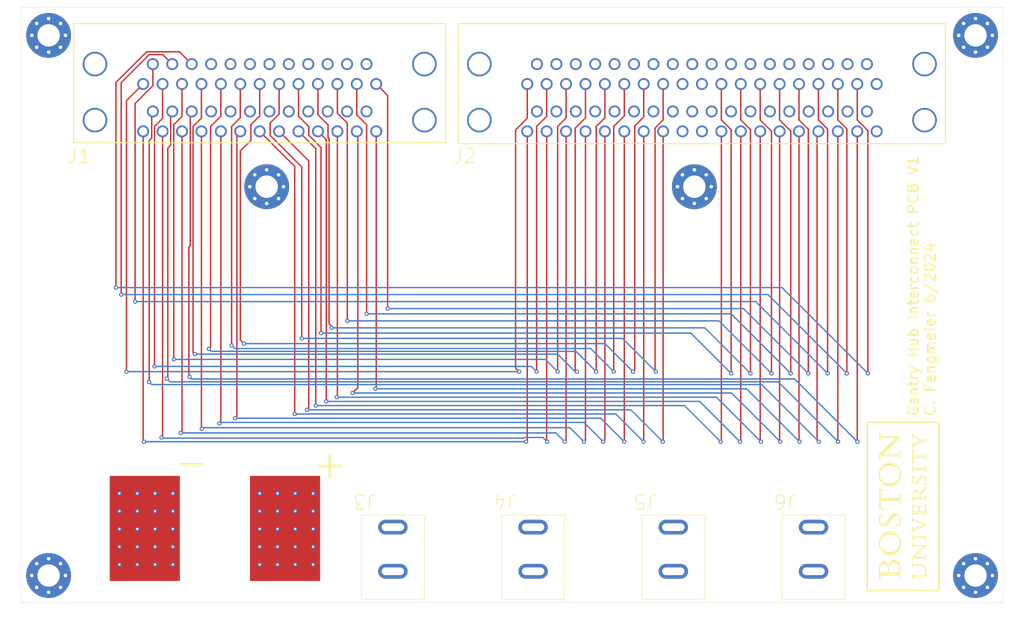
<source format=kicad_pcb>
(kicad_pcb (version 20240108) (generator "pcbnew") (generator_version "8.0")
  (layers (0 "F.Cu" signal) (1 "In1.Cu" signal) (2 "In2.Cu" signal) (31 "B.Cu" signal) (34 "B.Paste" user) (35 "F.Paste" user) (36 "B.SilkS" user "B.Silkscreen") (37 "F.SilkS" user "F.Silkscreen") (38 "B.Mask" user) (39 "F.Mask" user) (44 "Edge.Cuts" user))
  (net 0 "")
  (net 1 "/Ch10")
  (net 3 "/Ch22")
  (net 5 "/Ch11")
  (net 6 "/Ch21")
  (net 7 "/Ch6")
  (net 8 "/Ch20")
  (net 9 "/Ch5")
  (net 11 "/+24V")
  (net 12 "/Ch1")
  (net 13 "/Ch31")
  (net 14 "/Ch12")
  (net 15 "/Ch26")
  (net 16 "/Ch24")
  (net 17 "/Ch15")
  (net 18 "/Ch32")
  (net 19 "/Ch3")
  (net 20 "/Ch23")
  (net 25 "/Ch16")
  (net 26 "/Ch14")
  (net 27 "/Ch29")
  (net 28 "/Ch13")
  (net 29 "/Ch27")
  (net 31 "/Ch4")
  (net 32 "/Ch17")
  (net 35 "/Ch7")
  (net 36 "/Ch9")
  (net 37 "/Ch18")
  (net 39 "/Ch28")
  (net 40 "/Ch19")
  (net 41 "/Ch30")
  (net 42 "/Ch25")
  (net 43 "/Ch8")
  (net 45 "/Ch2")
  (net 48 "GND")
  (footprint "footprints:CUI PJ-037A" (layer "F.Cu") (at 100 128 90)
    (property "Reference" "J3")
    (property "Value" "Barrel_Jack")
  )
  (footprint "MountingHole:MountingHole_3.2mm_M3_Pad_Via" (layer "F.Cu") (at 82 73.1)
    (property "Reference" "H4")
    (property "Value" "MountingHole_Pad")
  )
  (footprint "MountingHole:MountingHole_3.2mm_M3_Pad_Via" (layer "F.Cu") (at 50.9 51.5)
    (property "Reference" "H1")
    (property "Value" "MountingHole_Pad")
  )
  (footprint "footprints:CONN_178-037-513R571_NRC" (layer "F.Cu") (at 119.1652 65.2012 180)
    (property "Reference" "J2")
    (property "Value" "178-037-513R571")
  )
  (footprint "footprints:CUI PJ-037A" (layer "F.Cu") (at 160 128 90)
    (property "Reference" "J6")
    (property "Value" "Barrel_Jack")
  )
  (footprint "footprints:CONN_178-025-513_NRC" (layer "F.Cu") (at 64.3843 65.2 180)
    (property "Reference" "J1")
    (property "Value" "178-025-513R571")
  )
  (footprint "MountingHole:MountingHole_3.2mm_M3_Pad_Via" (layer "F.Cu") (at 143 73.1)
    (property "Reference" "H6")
    (property "Value" "MountingHole_Pad")
  )
  (footprint "footprints:CUI PJ-037A" (layer "F.Cu") (at 140 128 90)
    (property "Reference" "J5")
    (property "Value" "Barrel_Jack")
  )
  (footprint "footprints:HUB PCB  Power Pads" (layer "F.Cu") (at 74.62 121.88 180)
    (property "Reference" "J7")
    (property "Value" "Conn_01x02")
  )
  (footprint "footprints:CUI PJ-037A" (layer "F.Cu") (at 120 128 90)
    (property "Reference" "J4")
    (property "Value" "Barrel_Jack")
  )
  (footprint "MountingHole:MountingHole_3.2mm_M3_Pad_Via" (layer "F.Cu") (at 183.1 51.5)
    (property "Reference" "H5")
    (property "Value" "MountingHole_Pad")
  )
  (footprint "MountingHole:MountingHole_3.2mm_M3_Pad_Via" (layer "F.Cu") (at 183.1 128.6)
    (property "Reference" "H3")
    (property "Value" "MountingHole_Pad")
  )
  (footprint "LOGO" (layer "F.Cu") (at 172.75 118.75 90)
    (property "Reference" "G***")
    (property "Value" "LOGO" (hide yes))
  )
  (footprint "MountingHole:MountingHole_3.2mm_M3_Pad_Via" (layer "F.Cu") (at 50.9 128.6)
    (property "Reference" "H2")
    (property "Value" "MountingHole_Pad")
  )
  (gr_rect (start 47 47.5) (end 187 132.5) (stroke (width 0.05)) (fill none) (layer "Edge.Cuts"))
  (gr_text "-" (at 68.5 114.75 0) (layer "F.SilkS") (effects (font (size 4 4) (thickness 0.4)) (justify left bottom)))
  (gr_text "+" (at 88.25 115 0) (layer "F.SilkS") (effects (font (size 4 4) (thickness 0.4)) (justify left bottom)))
  (gr_text "Gantry Hub Interconnect PCB V1\nC. Fangmeier 6/2024" (at 177.5 106 90) (layer "F.SilkS") (effects (font (size 1.5 1.5) (thickness 0.25) (bold yes)) (justify left bottom)))
  (segment (start 90.5 103.75) (end 90.5 66.384584) (width 0.2) (layer "F.Cu") (net 1))
  (segment (start 90.5 66.384584) (end 89.315416 65.2) (width 0.2) (layer "F.Cu") (net 1))
  (segment (start 149.6198 109.3802) (end 149.6198 65.2012) (width 0.2) (layer "F.Cu") (net 1))
  (segment (start 149.5 109.5) (end 149.6198 109.3802) (width 0.2) (layer "F.Cu") (net 1))
  (via (at 149.5 109.5) (size 0.6) (drill 0.3) (layers "F.Cu" "B.Cu") (net 1))
  (via (at 90.5 103.75) (size 0.6) (drill 0.3) (layers "F.Cu" "B.Cu") (net 1))
  (segment (start 143.75 103.75) (end 90.5 103.75) (width 0.2) (layer "B.Cu") (net 1))
  (segment (start 149.5 109.5) (end 143.75 103.75) (width 0.2) (layer "B.Cu") (net 1))
  (segment (start 131.5 64.5) (end 133.0082 62.9918) (width 0.2) (layer "F.Cu") (net 3))
  (segment (start 133.0082 62.9918) (end 133.0082 58.4448) (width 0.2) (layer "F.Cu") (net 3))
  (segment (start 77 64.5) (end 78.23492 63.26508) (width 0.2) (layer "F.Cu") (net 3))
  (segment (start 77 95.75) (end 77 64.5) (width 0.2) (layer "F.Cu") (net 3))
  (segment (start 78.23492 63.26508) (end 78.23492 58.439943) (width 0.2) (layer "F.Cu") (net 3))
  (segment (start 131.5 99.5) (end 131.5 64.5) (width 0.2) (layer "F.Cu") (net 3))
  (via (at 131.5 99.5) (size 0.6) (drill 0.3) (layers "F.Cu" "B.Cu") (net 3))
  (via (at 77 95.75) (size 0.6) (drill 0.3) (layers "F.Cu" "B.Cu") (net 3))
  (segment (start 128.2 96.2) (end 131.5 99.5) (width 0.2) (layer "B.Cu") (net 3))
  (segment (start 77.45 96.2) (end 128.2 96.2) (width 0.2) (layer "B.Cu") (net 3))
  (segment (start 77 95.75) (end 77.45 96.2) (width 0.2) (layer "B.Cu") (net 3))
  (segment (start 92.08554 103.06446) (end 92.08554 65.2) (width 0.2) (layer "F.Cu") (net 5))
  (segment (start 152.5 109.5) (end 152.3884 109.3884) (width 0.2) (layer "F.Cu") (net 5))
  (segment (start 152.3884 109.3884) (end 152.3884 65.2012) (width 0.2) (layer "F.Cu") (net 5))
  (segment (start 92 103.15) (end 92.08554 103.06446) (width 0.2) (layer "F.Cu") (net 5))
  (via (at 152.5 109.5) (size 0.6) (drill 0.3) (layers "F.Cu" "B.Cu") (net 5))
  (via (at 92 103.15) (size 0.6) (drill 0.3) (layers "F.Cu" "B.Cu") (net 5))
  (segment (start 146.15 103.15) (end 92 103.15) (width 0.2) (layer "B.Cu") (net 5))
  (segment (start 152.5 109.5) (end 146.15 103.15) (width 0.2) (layer "B.Cu") (net 5))
  (segment (start 129 64.5) (end 130.2396 63.2604) (width 0.2) (layer "F.Cu") (net 6))
  (segment (start 129 99.5) (end 129 64.5) (width 0.2) (layer "F.Cu") (net 6))
  (segment (start 73.75 96.25) (end 74 96) (width 0.2) (layer "F.Cu") (net 6))
  (segment (start 75.464796 63.035204) (end 75.464796 58.439943) (width 0.2) (layer "F.Cu") (net 6))
  (segment (start 74 96) (end 74 64.5) (width 0.2) (layer "F.Cu") (net 6))
  (segment (start 74 64.5) (end 75.464796 63.035204) (width 0.2) (layer "F.Cu") (net 6))
  (segment (start 130.2396 63.2604) (end 130.2396 58.4448) (width 0.2) (layer "F.Cu") (net 6))
  (via (at 73.75 96.25) (size 0.6) (drill 0.3) (layers "F.Cu" "B.Cu") (net 6))
  (via (at 129 99.5) (size 0.6) (drill 0.3) (layers "F.Cu" "B.Cu") (net 6))
  (segment (start 74.1 96.6) (end 126.1 96.6) (width 0.2) (layer "B.Cu") (net 6))
  (segment (start 126.1 96.6) (end 129 99.5) (width 0.2) (layer "B.Cu") (net 6))
  (segment (start 73.75 96.25) (end 74.1 96.6) (width 0.2) (layer "B.Cu") (net 6))
  (segment (start 77.5 106.15) (end 77.75 105.9) (width 0.2) (layer "F.Cu") (net 7))
  (segment (start 133 109.5) (end 133.0082 109.4918) (width 0.2) (layer "F.Cu") (net 7))
  (segment (start 77.75 65.68492) (end 78.23492 65.2) (width 0.2) (layer "F.Cu") (net 7))
  (segment (start 77.75 105.9) (end 77.75 65.68492) (width 0.2) (layer "F.Cu") (net 7))
  (segment (start 133.0082 109.4918) (end 133.0082 65.2012) (width 0.2) (layer "F.Cu") (net 7))
  (via (at 77.5 106.15) (size 0.6) (drill 0.3) (layers "F.Cu" "B.Cu") (net 7))
  (via (at 133 109.5) (size 0.6) (drill 0.3) (layers "F.Cu" "B.Cu") (net 7))
  (segment (start 133 109.5) (end 129.65 106.15) (width 0.2) (layer "B.Cu") (net 7))
  (segment (start 129.65 106.15) (end 77.5 106.15) (width 0.2) (layer "B.Cu") (net 7))
  (segment (start 126.25 99.5) (end 126 99.25) (width 0.2) (layer "F.Cu") (net 8))
  (segment (start 72.694672 63.305328) (end 72.694672 58.439943) (width 0.2) (layer "F.Cu") (net 8))
  (segment (start 71.5 64.5) (end 72.694672 63.305328) (width 0.2) (layer "F.Cu") (net 8))
  (segment (start 71.5 96.75) (end 71.5 64.5) (width 0.2) (layer "F.Cu") (net 8))
  (segment (start 127.471 63.279) (end 127.471 58.4448) (width 0.2) (layer "F.Cu") (net 8))
  (segment (start 126 99.25) (end 126 64.75) (width 0.2) (layer "F.Cu") (net 8))
  (segment (start 126 64.75) (end 127.471 63.279) (width 0.2) (layer "F.Cu") (net 8))
  (segment (start 71.75 97) (end 71.5 96.75) (width 0.2) (layer "F.Cu") (net 8))
  (via (at 71.75 97) (size 0.6) (drill 0.3) (layers "F.Cu" "B.Cu") (net 8))
  (via (at 126.25 99.5) (size 0.6) (drill 0.3) (layers "F.Cu" "B.Cu") (net 8))
  (segment (start 71.75 97) (end 123.5 97) (width 0.2) (layer "B.Cu") (net 8))
  (segment (start 126 99.5) (end 126.25 99.5) (width 0.2) (layer "B.Cu") (net 8))
  (segment (start 123.5 97) (end 126 99.5) (width 0.2) (layer "B.Cu") (net 8))
  (segment (start 75.464796 106.685204) (end 75.464796 65.2) (width 0.2) (layer "F.Cu") (net 9))
  (segment (start 130.2396 109.2604) (end 130.2396 65.2012) (width 0.2) (layer "F.Cu") (net 9))
  (segment (start 75.25 106.9) (end 75.464796 106.685204) (width 0.2) (layer "F.Cu") (net 9))
  (segment (start 130 109.5) (end 130.2396 109.2604) (width 0.2) (layer "F.Cu") (net 9))
  (via (at 130 109.5) (size 0.6) (drill 0.3) (layers "F.Cu" "B.Cu") (net 9))
  (via (at 75.25 106.9) (size 0.6) (drill 0.3) (layers "F.Cu" "B.Cu") (net 9))
  (segment (start 75.4 106.75) (end 75.25 106.9) (width 0.2) (layer "B.Cu") (net 9))
  (segment (start 130 109.5) (end 127.25 106.75) (width 0.2) (layer "B.Cu") (net 9))
  (segment (start 127.25 106.75) (end 75.4 106.75) (width 0.2) (layer "B.Cu") (net 9))
  (segment (start 83.54 121.96) (end 83.62 121.88) (width 0.2) (layer "F.Cu") (net 11))
  (segment (start 83.62 121.88) (end 84.62 121.88) (width 0.2) (layer "F.Cu") (net 11))
  (via (at 86.08 121.96) (size 0.6) (drill 0.3) (layers "F.Cu" "B.Cu") (net 11))
  (via (at 83.54 119.42) (size 0.6) (drill 0.3) (layers "F.Cu" "B.Cu") (net 11))
  (via (at 88.62 116.88) (size 0.6) (drill 0.3) (layers "F.Cu" "B.Cu") (net 11))
  (via (at 83.54 116.88) (size 0.6) (drill 0.3) (layers "F.Cu" "B.Cu") (net 11))
  (via (at 86.08 116.88) (size 0.6) (drill 0.3) (layers "F.Cu" "B.Cu") (net 11))
  (via (at 81 119.42) (size 0.6) (drill 0.3) (layers "F.Cu" "B.Cu") (net 11))
  (via (at 88.62 119.42) (size 0.6) (drill 0.3) (layers "F.Cu" "B.Cu") (net 11))
  (via (at 86.08 127.04) (size 0.6) (drill 0.3) (layers "F.Cu" "B.Cu") (net 11))
  (via (at 83.54 124.5) (size 0.6) (drill 0.3) (layers "F.Cu" "B.Cu") (net 11))
  (via (at 81 121.96) (size 0.6) (drill 0.3) (layers "F.Cu" "B.Cu") (net 11))
  (via (at 83.54 121.96) (size 0.6) (drill 0.3) (layers "F.Cu" "B.Cu") (net 11))
  (via (at 81 116.88) (size 0.6) (drill 0.3) (layers "F.Cu" "B.Cu") (net 11))
  (via (at 86.08 124.5) (size 0.6) (drill 0.3) (layers "F.Cu" "B.Cu") (net 11))
  (via (at 81 127.04) (size 0.6) (drill 0.3) (layers "F.Cu" "B.Cu") (net 11))
  (via (at 88.62 124.5) (size 0.6) (drill 0.3) (layers "F.Cu" "B.Cu") (net 11))
  (via (at 88.62 121.96) (size 0.6) (drill 0.3) (layers "F.Cu" "B.Cu") (net 11))
  (via (at 88.62 127.04) (size 0.6) (drill 0.3) (layers "F.Cu" "B.Cu") (net 11))
  (via (at 81 124.5) (size 0.6) (drill 0.3) (layers "F.Cu" "B.Cu") (net 11))
  (via (at 83.54 127.04) (size 0.6) (drill 0.3) (layers "F.Cu" "B.Cu") (net 11))
  (via (at 86.08 119.42) (size 0.6) (drill 0.3) (layers "F.Cu" "B.Cu") (net 11))
  (segment (start 64.3843 109.3843) (end 64.3843 65.2) (width 0.2) (layer "F.Cu") (net 12))
  (segment (start 64.5 109.5) (end 64.3843 109.3843) (width 0.2) (layer "F.Cu") (net 12))
  (segment (start 119 109.5) (end 119.1652 109.3348) (width 0.2) (layer "F.Cu") (net 12))
  (segment (start 119.1652 109.3348) (end 119.1652 65.2012) (width 0.2) (layer "F.Cu") (net 12))
  (via (at 119 109.5) (size 0.6) (drill 0.3) (layers "F.Cu" "B.Cu") (net 12))
  (via (at 64.5 109.5) (size 0.6) (drill 0.3) (layers "F.Cu" "B.Cu") (net 12))
  (segment (start 119 109.5) (end 64.5 109.5) (width 0.2) (layer "B.Cu") (net 12))
  (segment (start 163.4628 63.573581) (end 164.75 64.860781) (width 0.2) (layer "F.Cu") (net 13))
  (segment (start 163.4628 58.4448) (end 163.4628 63.573581) (width 0.2) (layer "F.Cu") (net 13))
  (segment (start 67.189517 54.25) (end 68.539486 55.599969) (width 0.2) (layer "F.Cu") (net 13))
  (segment (start 61.25 88.5) (end 61.25 58.25) (width 0.2) (layer "F.Cu") (net 13))
  (segment (start 164.75 64.860781) (end 164.75 99.75) (width 0.2) (layer "F.Cu") (net 13))
  (segment (start 61.25 58.25) (end 65.25 54.25) (width 0.2) (layer "F.Cu") (net 13))
  (segment (start 65.25 54.25) (end 67.189517 54.25) (width 0.2) (layer "F.Cu") (net 13))
  (via (at 61.25 88.5) (size 0.6) (drill 0.3) (layers "F.Cu" "B.Cu") (net 13))
  (via (at 164.75 99.75) (size 0.6) (drill 0.3) (layers "F.Cu" "B.Cu") (net 13))
  (segment (start 153.5 88.5) (end 164.75 99.75) (width 0.2) (layer "B.Cu") (net 13))
  (segment (start 61.25 88.5) (end 153.5 88.5) (width 0.2) (layer "B.Cu") (net 13))
  (segment (start 94.25 102.55) (end 95 101.8) (width 0.2) (layer "F.Cu") (net 14))
  (segment (start 95 101.8) (end 95 65.344336) (width 0.2) (layer "F.Cu") (net 14))
  (segment (start 155.25 109.5) (end 155.157 109.407) (width 0.2) (layer "F.Cu") (net 14))
  (segment (start 155.157 109.407) (end 155.157 65.2012) (width 0.2) (layer "F.Cu") (net 14))
  (segment (start 95 65.344336) (end 94.855664 65.2) (width 0.2) (layer "F.Cu") (net 14))
  (via (at 94.25 102.55) (size 0.6) (drill 0.3) (layers "F.Cu" "B.Cu") (net 14))
  (via (at 155.25 109.5) (size 0.6) (drill 0.3) (layers "F.Cu" "B.Cu") (net 14))
  (segment (start 155.25 109.5) (end 148.3 102.55) (width 0.2) (layer "B.Cu") (net 14))
  (segment (start 148.3 102.55) (end 94.25 102.55) (width 0.2) (layer "B.Cu") (net 14))
  (segment (start 151 64.953781) (end 151 99.75) (width 0.2) (layer "F.Cu") (net 15))
  (segment (start 149.6198 58.4448) (end 149.6198 63.573581) (width 0.2) (layer "F.Cu") (net 15))
  (segment (start 90.75 66.068899) (end 90.75 64.268571) (width 0.2) (layer "F.Cu") (net 15))
  (segment (start 91.25 93) (end 90.9 92.65) (width 0.2) (layer "F.Cu") (net 15))
  (segment (start 90.75 64.268571) (end 89.315416 62.833987) (width 0.2) (layer "F.Cu") (net 15))
  (segment (start 91.25 93.25) (end 91.25 93) (width 0.2) (layer "F.Cu") (net 15))
  (segment (start 149.6198 63.573581) (end 151 64.953781) (width 0.2) (layer "F.Cu") (net 15))
  (segment (start 90.9 92.65) (end 90.9 66.218899) (width 0.2) (layer "F.Cu") (net 15))
  (segment (start 89.315416 62.833987) (end 89.315416 58.439943) (width 0.2) (layer "F.Cu") (net 15))
  (segment (start 90.9 66.218899) (end 90.75 66.068899) (width 0.2) (layer "F.Cu") (net 15))
  (via (at 151 99.75) (size 0.6) (drill 0.3) (layers "F.Cu" "B.Cu") (net 15))
  (via (at 91.25 93.25) (size 0.6) (drill 0.3) (layers "F.Cu" "B.Cu") (net 15))
  (segment (start 151 99.75) (end 144.5 93.25) (width 0.2) (layer "B.Cu") (net 15))
  (segment (start 144.5 93.25) (end 91.25 93.25) (width 0.2) (layer "B.Cu") (net 15))
  (segment (start 137.3945 99.3945) (end 137.5 99.5) (width 0.2) (layer "F.Cu") (net 16))
  (segment (start 137.3945 64.724481) (end 137.3945 99.3945) (width 0.2) (layer "F.Cu") (net 16))
  (segment (start 138.5454 58.4448) (end 138.5454 63.573581) (width 0.2) (layer "F.Cu") (net 16))
  (segment (start 82.5 64) (end 83.775168 62.724832) (width 0.2) (layer "F.Cu") (net 16))
  (segment (start 138.5454 63.573581) (end 137.3945 64.724481) (width 0.2) (layer "F.Cu") (net 16))
  (segment (start 87 94.75) (end 87 70.276226) (width 0.2) (layer "F.Cu") (net 16))
  (segment (start 87 70.276226) (end 82.5 65.776226) (width 0.2) (layer "F.Cu") (net 16))
  (segment (start 82.5 65.776226) (end 82.5 64) (width 0.2) (layer "F.Cu") (net 16))
  (segment (start 83.775168 62.724832) (end 83.775168 58.439943) (width 0.2) (layer "F.Cu") (net 16))
  (via (at 137.5 99.5) (size 0.6) (drill 0.3) (layers "F.Cu" "B.Cu") (net 16))
  (via (at 87 94.75) (size 0.6) (drill 0.3) (layers "F.Cu" "B.Cu") (net 16))
  (segment (start 132.75 94.75) (end 87 94.75) (width 0.2) (layer "B.Cu") (net 16))
  (segment (start 137.5 99.5) (end 132.75 94.75) (width 0.2) (layer "B.Cu") (net 16))
  (segment (start 67.754424 100.5) (end 67.9 100.354424) (width 0.2) (layer "F.Cu") (net 17))
  (segment (start 67.9 67.6) (end 68.305324 67.194676) (width 0.2) (layer "F.Cu") (net 17))
  (segment (start 68.305324 67.194676) (end 68.305324 62.594163) (width 0.2) (layer "F.Cu") (net 17))
  (segment (start 68.305324 62.594163) (end 68.539486 62.360001) (width 0.2) (layer "F.Cu") (net 17))
  (segment (start 67.9 100.354424) (end 67.9 67.6) (width 0.2) (layer "F.Cu") (net 17))
  (segment (start 163.5 109.5) (end 163.4628 109.4628) (width 0.2) (layer "F.Cu") (net 17))
  (segment (start 163.4628 109.4628) (end 163.4628 65.2012) (width 0.2) (layer "F.Cu") (net 17))
  (via (at 163.5 109.5) (size 0.6) (drill 0.3) (layers "F.Cu" "B.Cu") (net 17))
  (via (at 67.754424 100.5) (size 0.6) (drill 0.3) (layers "F.Cu" "B.Cu") (net 17))
  (segment (start 68.204424 100.95) (end 154.95 100.95) (width 0.2) (layer "B.Cu") (net 17))
  (segment (start 67.754424 100.5) (end 68.204424 100.95) (width 0.2) (layer "B.Cu") (net 17))
  (segment (start 154.95 100.95) (end 163.5 109.5) (width 0.2) (layer "B.Cu") (net 17))
  (segment (start 60.5 58.217157) (end 64.867157 53.85) (width 0.2) (layer "F.Cu") (net 18))
  (segment (start 166.2314 58.4448) (end 166.2314 63.573581) (width 0.2) (layer "F.Cu") (net 18))
  (segment (start 60.5 87.5) (end 60.5 58.217157) (width 0.2) (layer "F.Cu") (net 18))
  (segment (start 64.867157 53.85) (end 69.559641 53.85) (width 0.2) (layer "F.Cu") (net 18))
  (segment (start 167.75 65.092181) (end 167.75 99.75) (width 0.2) (layer "F.Cu") (net 18))
  (segment (start 166.2314 63.573581) (end 167.75 65.092181) (width 0.2) (layer "F.Cu") (net 18))
  (segment (start 69.559641 53.85) (end 71.30961 55.599969) (width 0.2) (layer "F.Cu") (net 18))
  (via (at 167.75 99.75) (size 0.6) (drill 0.3) (layers "F.Cu" "B.Cu") (net 18))
  (via (at 60.5 87.5) (size 0.6) (drill 0.3) (layers "F.Cu" "B.Cu") (net 18))
  (segment (start 155.5 87.5) (end 60.5 87.5) (width 0.2) (layer "B.Cu") (net 18))
  (segment (start 167.75 99.75) (end 155.5 87.5) (width 0.2) (layer "B.Cu") (net 18))
  (segment (start 124.7024 109.2976) (end 124.7024 65.2012) (width 0.2) (layer "F.Cu") (net 19))
  (segment (start 69.75 108.25) (end 69.924548 108.075452) (width 0.2) (layer "F.Cu") (net 19))
  (segment (start 69.924548 108.075452) (end 69.924548 65.2) (width 0.2) (layer "F.Cu") (net 19))
  (segment (start 124.5 109.5) (end 124.7024 109.2976) (width 0.2) (layer "F.Cu") (net 19))
  (via (at 124.5 109.5) (size 0.6) (drill 0.3) (layers "F.Cu" "B.Cu") (net 19))
  (via (at 69.75 108.25) (size 0.6) (drill 0.3) (layers "F.Cu" "B.Cu") (net 19))
  (segment (start 124.5 109.5) (end 123.25 108.25) (width 0.2) (layer "B.Cu") (net 19))
  (segment (start 123.25 108.25) (end 69.75 108.25) (width 0.2) (layer "B.Cu") (net 19))
  (segment (start 81.005044 62.994956) (end 81.005044 58.439943) (width 0.2) (layer "F.Cu") (net 20))
  (segment (start 134.25 99.5) (end 134.5 99.25) (width 0.2) (layer "F.Cu") (net 20))
  (segment (start 78.25 68) (end 79.75 66.5) (width 0.2) (layer "F.Cu") (net 20))
  (segment (start 78.25 95) (end 78.25 68) (width 0.2) (layer "F.Cu") (net 20))
  (segment (start 134.5 64.42519) (end 135.7768 63.14839) (width 0.2) (layer "F.Cu") (net 20))
  (segment (start 79.75 64.25) (end 81.005044 62.994956) (width 0.2) (layer "F.Cu") (net 20))
  (segment (start 78.75 95.5) (end 78.25 95) (width 0.2) (layer "F.Cu") (net 20))
  (segment (start 135.7768 63.14839) (end 135.7768 58.4448) (width 0.2) (layer "F.Cu") (net 20))
  (segment (start 134.5 99.25) (end 134.5 64.42519) (width 0.2) (layer "F.Cu") (net 20))
  (segment (start 79.75 66.5) (end 79.75 64.25) (width 0.2) (layer "F.Cu") (net 20))
  (via (at 78.75 95.5) (size 0.6) (drill 0.3) (layers "F.Cu" "B.Cu") (net 20))
  (via (at 134.25 99.5) (size 0.6) (drill 0.3) (layers "F.Cu" "B.Cu") (net 20))
  (segment (start 78.75 95.5) (end 130.25 95.5) (width 0.2) (layer "B.Cu") (net 20))
  (segment (start 130.25 95.5) (end 134.25 99.5) (width 0.2) (layer "B.Cu") (net 20))
  (segment (start 71.1 62.569611) (end 71.30961 62.360001) (width 0.2) (layer "F.Cu") (net 25))
  (segment (start 71.1 81.551471) (end 71.1 62.569611) (width 0.2) (layer "F.Cu") (net 25))
  (segment (start 166.2314 109.4814) (end 166.2314 65.2012) (width 0.2) (layer "F.Cu") (net 25))
  (segment (start 166.25 109.5) (end 166.2314 109.4814) (width 0.2) (layer "F.Cu") (net 25))
  (segment (start 70.9 81.751471) (end 71.1 81.551471) (width 0.2) (layer "F.Cu") (net 25))
  (segment (start 70.9 100.15) (end 70.9 81.751471) (width 0.2) (layer "F.Cu") (net 25))
  (segment (start 71 100.25) (end 70.9 100.15) (width 0.2) (layer "F.Cu") (net 25))
  (via (at 71 100.25) (size 0.6) (drill 0.3) (layers "F.Cu" "B.Cu") (net 25))
  (via (at 166.25 109.5) (size 0.6) (drill 0.3) (layers "F.Cu" "B.Cu") (net 25))
  (segment (start 157.3 100.55) (end 166.25 109.5) (width 0.2) (layer "B.Cu") (net 25))
  (segment (start 71.3 100.55) (end 157.3 100.55) (width 0.2) (layer "B.Cu") (net 25))
  (segment (start 71 100.25) (end 71.3 100.55) (width 0.2) (layer "B.Cu") (net 25))
  (segment (start 65.603524 62.525839) (end 65.769362 62.360001) (width 0.2) (layer "F.Cu") (net 26))
  (segment (start 160.75 109.5) (end 160.5 109.25) (width 0.2) (layer "F.Cu") (net 26))
  (segment (start 160.5 109.25) (end 160.5 65.3954) (width 0.2) (layer "F.Cu") (net 26))
  (segment (start 65.25 66.5) (end 65.603524 66.146476) (width 0.2) (layer "F.Cu") (net 26))
  (segment (start 65.603524 66.146476) (end 65.603524 62.525839) (width 0.2) (layer "F.Cu") (net 26))
  (segment (start 160.5 65.3954) (end 160.6942 65.2012) (width 0.2) (layer "F.Cu") (net 26))
  (segment (start 65.25 101) (end 65.25 66.5) (width 0.2) (layer "F.Cu") (net 26))
  (via (at 65.25 101) (size 0.6) (drill 0.3) (layers "F.Cu" "B.Cu") (net 26))
  (via (at 160.75 109.5) (size 0.6) (drill 0.3) (layers "F.Cu" "B.Cu") (net 26))
  (segment (start 65.6 101.35) (end 152.6 101.35) (width 0.2) (layer "B.Cu") (net 26))
  (segment (start 152.6 101.35) (end 160.75 109.5) (width 0.2) (layer "B.Cu") (net 26))
  (segment (start 65.25 101) (end 65.6 101.35) (width 0.2) (layer "B.Cu") (net 26))
  (segment (start 99.25 90.5) (end 99.25 60.064155) (width 0.2) (layer "F.Cu") (net 27))
  (segment (start 157.9256 58.4448) (end 157.9256 63.573581) (width 0.2) (layer "F.Cu") (net 27))
  (segment (start 159.25 64.897981) (end 159.25 99.75) (width 0.2) (layer "F.Cu") (net 27))
  (segment (start 99.25 60.064155) (end 97.625788 58.439943) (width 0.2) (layer "F.Cu") (net 27))
  (segment (start 157.9256 63.573581) (end 159.25 64.897981) (width 0.2) (layer "F.Cu") (net 27))
  (via (at 159.25 99.75) (size 0.6) (drill 0.3) (layers "F.Cu" "B.Cu") (net 27))
  (via (at 99.25 90.5) (size 0.6) (drill 0.3) (layers "F.Cu" "B.Cu") (net 27))
  (segment (start 99.25 90.5) (end 150 90.5) (width 0.2) (layer "B.Cu") (net 27))
  (segment (start 150 90.5) (end 159.25 99.75) (width 0.2) (layer "B.Cu") (net 27))
  (segment (start 97.625788 101.824212) (end 97.625788 65.2) (width 0.2) (layer "F.Cu") (net 28))
  (segment (start 157.9256 109.4256) (end 157.9256 65.2012) (width 0.2) (layer "F.Cu") (net 28))
  (segment (start 97.5 101.95) (end 97.625788 101.824212) (width 0.2) (layer "F.Cu") (net 28))
  (segment (start 158 109.5) (end 157.9256 109.4256) (width 0.2) (layer "F.Cu") (net 28))
  (via (at 158 109.5) (size 0.6) (drill 0.3) (layers "F.Cu" "B.Cu") (net 28))
  (via (at 97.5 101.95) (size 0.6) (drill 0.3) (layers "F.Cu" "B.Cu") (net 28))
  (segment (start 150.45 101.95) (end 158 109.5) (width 0.2) (layer "B.Cu") (net 28))
  (segment (start 97.5 101.95) (end 150.45 101.95) (width 0.2) (layer "B.Cu") (net 28))
  (segment (start 93.5 92.25) (end 93.5 64.017018) (width 0.2) (layer "F.Cu") (net 29))
  (segment (start 92.08554 62.602558) (end 92.08554 58.439943) (width 0.2) (layer "F.Cu") (net 29))
  (segment (start 154 65.185181) (end 154 99.75) (width 0.2) (layer "F.Cu") (net 29))
  (segment (start 152.3884 63.573581) (end 154 65.185181) (width 0.2) (layer "F.Cu") (net 29))
  (segment (start 152.3884 58.4448) (end 152.3884 63.573581) (width 0.2) (layer "F.Cu") (net 29))
  (segment (start 93.5 64.017018) (end 92.08554 62.602558) (width 0.2) (layer "F.Cu") (net 29))
  (via (at 93.5 92.25) (size 0.6) (drill 0.3) (layers "F.Cu" "B.Cu") (net 29))
  (via (at 154 99.75) (size 0.6) (drill 0.3) (layers "F.Cu" "B.Cu") (net 29))
  (segment (start 146.5 92.25) (end 93.5 92.25) (width 0.2) (layer "B.Cu") (net 29))
  (segment (start 154 99.75) (end 146.5 92.25) (width 0.2) (layer "B.Cu") (net 29))
  (segment (start 127.25 109.5) (end 127.471 109.279) (width 0.2) (layer "F.Cu") (net 31))
  (segment (start 127.471 109.279) (end 127.471 65.2012) (width 0.2) (layer "F.Cu") (net 31))
  (segment (start 72.75 107.65) (end 72.694672 107.594672) (width 0.2) (layer "F.Cu") (net 31))
  (segment (start 72.694672 107.594672) (end 72.694672 65.2) (width 0.2) (layer "F.Cu") (net 31))
  (via (at 127.25 109.5) (size 0.6) (drill 0.3) (layers "F.Cu" "B.Cu") (net 31))
  (via (at 72.75 107.65) (size 0.6) (drill 0.3) (layers "F.Cu" "B.Cu") (net 31))
  (segment (start 127.25 109.5) (end 125.25 107.5) (width 0.2) (layer "B.Cu") (net 31))
  (segment (start 125.25 107.5) (end 72.9 107.5) (width 0.2) (layer "B.Cu") (net 31))
  (segment (start 72.9 107.5) (end 72.75 107.65) (width 0.2) (layer "B.Cu") (net 31))
  (segment (start 62 99.5) (end 62 60.824243) (width 0.2) (layer "F.Cu") (net 32))
  (segment (start 117.5 99) (end 117.5 65) (width 0.2) (layer "F.Cu") (net 32))
  (segment (start 62 60.824243) (end 64.3843 58.439943) (width 0.2) (layer "F.Cu") (net 32))
  (segment (start 119.1652 63.3348) (end 119.1652 58.4448) (width 0.2) (layer "F.Cu") (net 32))
  (segment (start 117.5 65) (end 119.1652 63.3348) (width 0.2) (layer "F.Cu") (net 32))
  (segment (start 118 99.5) (end 117.5 99) (width 0.2) (layer "F.Cu") (net 32))
  (via (at 118 99.5) (size 0.6) (drill 0.3) (layers "F.Cu" "B.Cu") (net 32))
  (via (at 62 99.5) (size 0.6) (drill 0.3) (layers "F.Cu" "B.Cu") (net 32))
  (segment (start 62 99.5) (end 118 99.5) (width 0.2) (layer "B.Cu") (net 32))
  (segment (start 135.75 109.5) (end 135.7768 109.4732) (width 0.2) (layer "F.Cu") (net 35))
  (segment (start 86 105.55) (end 86 70.194956) (width 0.2) (layer "F.Cu") (net 35))
  (segment (start 135.7768 109.4732) (end 135.7768 65.2012) (width 0.2) (layer "F.Cu") (net 35))
  (segment (start 86 70.194956) (end 81.005044 65.2) (width 0.2) (layer "F.Cu") (net 35))
  (via (at 86 105.55) (size 0.6) (drill 0.3) (layers "F.Cu" "B.Cu") (net 35))
  (via (at 135.75 109.5) (size 0.6) (drill 0.3) (layers "F.Cu" "B.Cu") (net 35))
  (segment (start 131.8 105.55) (end 135.75 109.5) (width 0.2) (layer "B.Cu") (net 35))
  (segment (start 86 105.55) (end 131.8 105.55) (width 0.2) (layer "B.Cu") (net 35))
  (segment (start 146.8512 109.3988) (end 146.8512 65.2012) (width 0.2) (layer "F.Cu") (net 36))
  (segment (start 89 104.35) (end 89 67.654708) (width 0.2) (layer "F.Cu") (net 36))
  (segment (start 146.75 109.5) (end 146.8512 109.3988) (width 0.2) (layer "F.Cu") (net 36))
  (segment (start 89 67.654708) (end 86.545292 65.2) (width 0.2) (layer "F.Cu") (net 36))
  (via (at 146.75 109.5) (size 0.6) (drill 0.3) (layers "F.Cu" "B.Cu") (net 36))
  (via (at 89 104.35) (size 0.6) (drill 0.3) (layers "F.Cu" "B.Cu") (net 36))
  (segment (start 146.75 109.5) (end 141.6 104.35) (width 0.2) (layer "B.Cu") (net 36))
  (segment (start 141.6 104.35) (end 89 104.35) (width 0.2) (layer "B.Cu") (net 36))
  (segment (start 67.154424 63.345576) (end 67.154424 58.439943) (width 0.2) (layer "F.Cu") (net 37))
  (segment (start 120.5 99.5) (end 120.5 64.5) (width 0.2) (layer "F.Cu") (net 37))
  (segment (start 66.003524 64.496476) (end 67.154424 63.345576) (width 0.2) (layer "F.Cu") (net 37))
  (segment (start 120.5 64.5) (end 121.9338 63.0662) (width 0.2) (layer "F.Cu") (net 37))
  (segment (start 66.003524 98.746476) (end 66.003524 64.496476) (width 0.2) (layer "F.Cu") (net 37))
  (segment (start 66 98.75) (end 66.003524 98.746476) (width 0.2) (layer "F.Cu") (net 37))
  (segment (start 121.9338 63.0662) (end 121.9338 58.4448) (width 0.2) (layer "F.Cu") (net 37))
  (via (at 66 98.75) (size 0.6) (drill 0.3) (layers "F.Cu" "B.Cu") (net 37))
  (via (at 120.5 99.5) (size 0.6) (drill 0.3) (layers "F.Cu" "B.Cu") (net 37))
  (segment (start 66 98.75) (end 119.75 98.75) (width 0.2) (layer "B.Cu") (net 37))
  (segment (start 119.75 98.75) (end 120.5 99.5) (width 0.2) (layer "B.Cu") (net 37))
  (segment (start 155.157 63.573581) (end 156.75 65.166581) (width 0.2) (layer "F.Cu") (net 39))
  (segment (start 94.855664 62.855664) (end 94.855664 58.439943) (width 0.2) (layer "F.Cu") (net 39))
  (segment (start 155.157 58.4448) (end 155.157 63.573581) (width 0.2) (layer "F.Cu") (net 39))
  (segment (start 96.25 91.25) (end 96.25 64.25) (width 0.2) (layer "F.Cu") (net 39))
  (segment (start 96.25 64.25) (end 94.855664 62.855664) (width 0.2) (layer "F.Cu") (net 39))
  (segment (start 156.75 65.166581) (end 156.75 99.75) (width 0.2) (layer "F.Cu") (net 39))
  (via (at 96.25 91.25) (size 0.6) (drill 0.3) (layers "F.Cu" "B.Cu") (net 39))
  (via (at 156.75 99.75) (size 0.6) (drill 0.3) (layers "F.Cu" "B.Cu") (net 39))
  (segment (start 148.25 91.25) (end 96.25 91.25) (width 0.2) (layer "B.Cu") (net 39))
  (segment (start 156.75 99.75) (end 148.25 91.25) (width 0.2) (layer "B.Cu") (net 39))
  (segment (start 123.5 64.5) (end 124.7024 63.2976) (width 0.2) (layer "F.Cu") (net 40))
  (segment (start 68.75 64.25) (end 69.924548 63.075452) (width 0.2) (layer "F.Cu") (net 40))
  (segment (start 123.5 99.5) (end 123.5 64.5) (width 0.2) (layer "F.Cu") (net 40))
  (segment (start 124.7024 63.2976) (end 124.7024 58.4448) (width 0.2) (layer "F.Cu") (net 40))
  (segment (start 68.75 97.75) (end 68.75 64.25) (width 0.2) (layer "F.Cu") (net 40))
  (segment (start 69.924548 63.075452) (end 69.924548 58.439943) (width 0.2) (layer "F.Cu") (net 40))
  (via (at 123.5 99.5) (size 0.6) (drill 0.3) (layers "F.Cu" "B.Cu") (net 40))
  (via (at 68.75 97.75) (size 0.6) (drill 0.3) (layers "F.Cu" "B.Cu") (net 40))
  (segment (start 68.75 97.75) (end 121.75 97.75) (width 0.2) (layer "B.Cu") (net 40))
  (segment (start 121.75 97.75) (end 123.5 99.5) (width 0.2) (layer "B.Cu") (net 40))
  (segment (start 65.769362 58.6825) (end 65.769362 55.599969) (width 0.2) (layer "F.Cu") (net 41))
  (segment (start 160.6942 63.573581) (end 162 64.879381) (width 0.2) (layer "F.Cu") (net 41))
  (segment (start 63.2334 61.218462) (end 65.769362 58.6825) (width 0.2) (layer "F.Cu") (net 41))
  (segment (start 63.25 89.5) (end 63.2334 89.4834) (width 0.2) (layer "F.Cu") (net 41))
  (segment (start 160.6942 58.4448) (end 160.6942 63.573581) (width 0.2) (layer "F.Cu") (net 41))
  (segment (start 63.2334 89.4834) (end 63.2334 61.218462) (width 0.2) (layer "F.Cu") (net 41))
  (segment (start 162 64.879381) (end 162 99.75) (width 0.2) (layer "F.Cu") (net 41))
  (via (at 63.25 89.5) (size 0.6) (drill 0.3) (layers "F.Cu" "B.Cu") (net 41))
  (via (at 162 99.75) (size 0.6) (drill 0.3) (layers "F.Cu" "B.Cu") (net 41))
  (segment (start 151.75 89.5) (end 63.25 89.5) (width 0.2) (layer "B.Cu") (net 41))
  (segment (start 162 99.75) (end 151.75 89.5) (width 0.2) (layer "B.Cu") (net 41))
  (segment (start 88 64.5) (end 86.545292 63.045292) (width 0.2) (layer "F.Cu") (net 42))
  (segment (start 146.8512 63.573581) (end 148.25 64.972381) (width 0.2) (layer "F.Cu") (net 42))
  (segment (start 148.25 64.972381) (end 148.25 99.75) (width 0.2) (layer "F.Cu") (net 42))
  (segment (start 89.75 94) (end 89.75 67.506102) (width 0.2) (layer "F.Cu") (net 42))
  (segment (start 88 65.756102) (end 88 64.5) (width 0.2) (layer "F.Cu") (net 42))
  (segment (start 146.8512 58.4448) (end 146.8512 63.573581) (width 0.2) (layer "F.Cu") (net 42))
  (segment (start 86.545292 63.045292) (end 86.545292 58.439943) (width 0.2) (layer "F.Cu") (net 42))
  (segment (start 89.75 67.506102) (end 88 65.756102) (width 0.2) (layer "F.Cu") (net 42))
  (via (at 89.75 94) (size 0.6) (drill 0.3) (layers "F.Cu" "B.Cu") (net 42))
  (via (at 148.25 99.75) (size 0.6) (drill 0.3) (layers "F.Cu" "B.Cu") (net 42))
  (segment (start 148.25 99.75) (end 142.5 94) (width 0.2) (layer "B.Cu") (net 42))
  (segment (start 142.5 94) (end 89.75 94) (width 0.2) (layer "B.Cu") (net 42))
  (segment (start 88 104.7) (end 88 69.424832) (width 0.2) (layer "F.Cu") (net 43))
  (segment (start 138.5 109.5) (end 138.5454 109.4546) (width 0.2) (layer "F.Cu") (net 43))
  (segment (start 138.5454 109.4546) (end 138.5454 65.2012) (width 0.2) (layer "F.Cu") (net 43))
  (segment (start 87.75 104.95) (end 88 104.7) (width 0.2) (layer "F.Cu") (net 43))
  (segment (start 88 69.424832) (end 83.775168 65.2) (width 0.2) (layer "F.Cu") (net 43))
  (via (at 138.5 109.5) (size 0.6) (drill 0.3) (layers "F.Cu" "B.Cu") (net 43))
  (via (at 87.75 104.95) (size 0.6) (drill 0.3) (layers "F.Cu" "B.Cu") (net 43))
  (segment (start 138.5 109.5) (end 133.95 104.95) (width 0.2) (layer "B.Cu") (net 43))
  (segment (start 133.95 104.95) (end 87.75 104.95) (width 0.2) (layer "B.Cu") (net 43))
  (segment (start 122 109.5) (end 121.9338 109.4338) (width 0.2) (layer "F.Cu") (net 45))
  (segment (start 67.154424 108.745576) (end 67.154424 65.2) (width 0.2) (layer "F.Cu") (net 45))
  (segment (start 121.9338 109.4338) (end 121.9338 65.2012) (width 0.2) (layer "F.Cu") (net 45))
  (segment (start 67 108.9) (end 67.154424 108.745576) (width 0.2) (layer "F.Cu") (net 45))
  (via (at 122 109.5) (size 0.6) (drill 0.3) (layers "F.Cu" "B.Cu") (net 45))
  (via (at 67 108.9) (size 0.6) (drill 0.3) (layers "F.Cu" "B.Cu") (net 45))
  (segment (start 122 109.5) (end 121.4 108.9) (width 0.2) (layer "B.Cu") (net 45))
  (segment (start 118.651471 109) (end 67.1 109) (width 0.2) (layer "B.Cu") (net 45))
  (segment (start 67.1 109) (end 67 108.9) (width 0.2) (layer "B.Cu") (net 45))
  (segment (start 121.4 108.9) (end 118.751471 108.9) (width 0.2) (layer "B.Cu") (net 45))
  (segment (start 118.751471 108.9) (end 118.651471 109) (width 0.2) (layer "B.Cu") (net 45))
  (segment (start 63.62 121.88) (end 64.62 121.88) (width 0.2) (layer "F.Cu") (net 48))
  (segment (start 63.54 121.96) (end 63.62 121.88) (width 0.2) (layer "F.Cu") (net 48))
  (via (at 61 121.96) (size 0.6) (drill 0.3) (layers "F.Cu" "B.Cu") (net 48))
  (via (at 63.54 127.04) (size 0.6) (drill 0.3) (layers "F.Cu" "B.Cu") (net 48))
  (via (at 68.62 119.42) (size 0.6) (drill 0.3) (layers "F.Cu" "B.Cu") (net 48))
  (via (at 68.62 116.88) (size 0.6) (drill 0.3) (layers "F.Cu" "B.Cu") (net 48))
  (via (at 63.54 119.42) (size 0.6) (drill 0.3) (layers "F.Cu" "B.Cu") (net 48))
  (via (at 61 127.04) (size 0.6) (drill 0.3) (layers "F.Cu" "B.Cu") (net 48))
  (via (at 68.62 124.5) (size 0.6) (drill 0.3) (layers "F.Cu" "B.Cu") (net 48))
  (via (at 66.08 124.5) (size 0.6) (drill 0.3) (layers "F.Cu" "B.Cu") (net 48))
  (via (at 66.08 127.04) (size 0.6) (drill 0.3) (layers "F.Cu" "B.Cu") (net 48))
  (via (at 68.62 127.04) (size 0.6) (drill 0.3) (layers "F.Cu" "B.Cu") (net 48))
  (via (at 61 116.88) (size 0.6) (drill 0.3) (layers "F.Cu" "B.Cu") (net 48))
  (via (at 63.54 121.96) (size 0.6) (drill 0.3) (layers "F.Cu" "B.Cu") (net 48))
  (via (at 63.54 116.88) (size 0.6) (drill 0.3) (layers "F.Cu" "B.Cu") (net 48))
  (via (at 63.54 124.5) (size 0.6) (drill 0.3) (layers "F.Cu" "B.Cu") (net 48))
  (via (at 61 124.5) (size 0.6) (drill 0.3) (layers "F.Cu" "B.Cu") (net 48))
  (via (at 66.08 116.88) (size 0.6) (drill 0.3) (layers "F.Cu" "B.Cu") (net 48))
  (via (at 66.08 121.96) (size 0.6) (drill 0.3) (layers "F.Cu" "B.Cu") (net 48))
  (via (at 61 119.42) (size 0.6) (drill 0.3) (layers "F.Cu" "B.Cu") (net 48))
  (via (at 66.08 119.42) (size 0.6) (drill 0.3) (layers "F.Cu" "B.Cu") (net 48))
  (via (at 68.62 121.96) (size 0.6) (drill 0.3) (layers "F.Cu" "B.Cu") (net 48))
)
</source>
